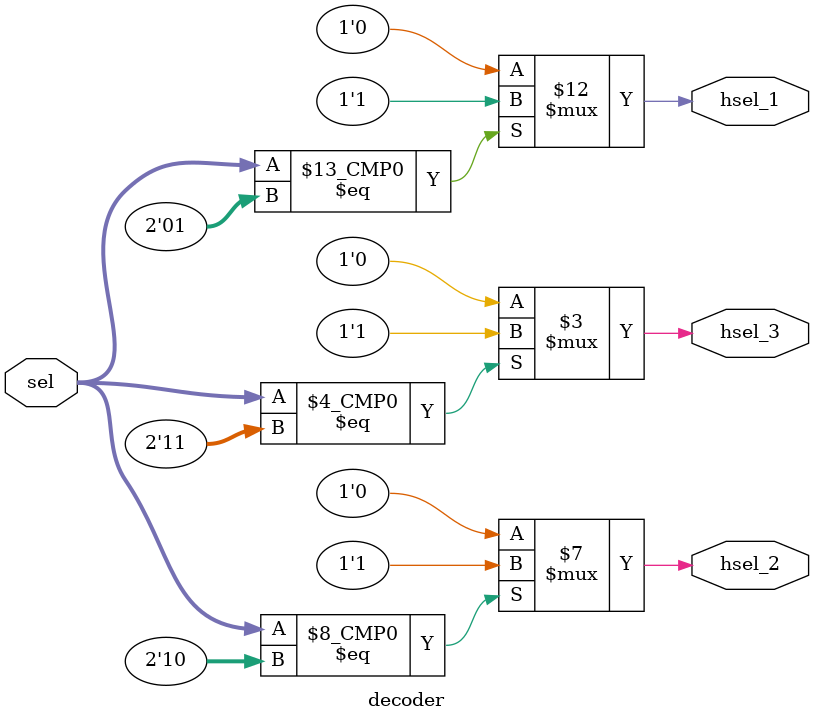
<source format=v>

module decoder(
  input [1:0] sel,
  output reg hsel_1,
  output reg hsel_2,
  output reg hsel_3
);

always @(*) begin
  case(sel)
    2'b01: begin
      hsel_1 = 1'b1;
      hsel_2 = 1'b0;
      hsel_3 = 1'b0;
    end
    2'b10: begin
      hsel_1 = 1'b0;
      hsel_2 = 1'b1;
      hsel_3 = 1'b0;
    end
    2'b11: begin
      hsel_1 = 1'b0;
      hsel_2 = 1'b0;
      hsel_3 = 1'b1;
    end
    default: begin
      hsel_1 = 1'b0;
      hsel_2 = 1'b0;
      hsel_3 = 1'b0;
    end
  endcase
end


endmodule


</source>
